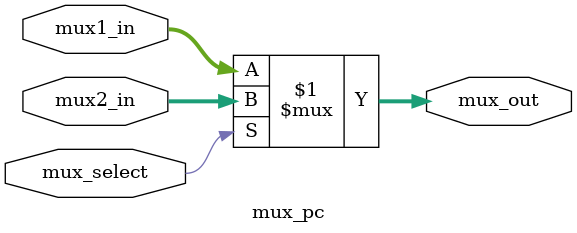
<source format=v>
`timescale 1ns / 1ps
module mux_pc#(
				parameter BUS_WIDTH = 32
				)(
				input mux_select,
				input [BUS_WIDTH-1:0] mux1_in,
				input [BUS_WIDTH-1:0] mux2_in,
				output[BUS_WIDTH-1:0] mux_out
				);
	 
	assign mux_out = mux_select ? mux2_in : mux1_in;

endmodule

</source>
